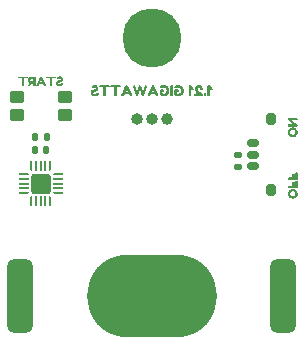
<source format=gbr>
%TF.GenerationSoftware,KiCad,Pcbnew,(5.99.0-11748-g24a41559ca)*%
%TF.CreationDate,2021-08-27T16:42:58+03:00*%
%TF.ProjectId,Flux Condenser,466c7578-2043-46f6-9e64-656e7365722e,3A*%
%TF.SameCoordinates,PX7bfa480PY6bc3e40*%
%TF.FileFunction,Soldermask,Bot*%
%TF.FilePolarity,Negative*%
%FSLAX46Y46*%
G04 Gerber Fmt 4.6, Leading zero omitted, Abs format (unit mm)*
G04 Created by KiCad (PCBNEW (5.99.0-11748-g24a41559ca)) date 2021-08-27 16:42:58*
%MOMM*%
%LPD*%
G01*
G04 APERTURE LIST*
G04 Aperture macros list*
%AMRoundRect*
0 Rectangle with rounded corners*
0 $1 Rounding radius*
0 $2 $3 $4 $5 $6 $7 $8 $9 X,Y pos of 4 corners*
0 Add a 4 corners polygon primitive as box body*
4,1,4,$2,$3,$4,$5,$6,$7,$8,$9,$2,$3,0*
0 Add four circle primitives for the rounded corners*
1,1,$1+$1,$2,$3*
1,1,$1+$1,$4,$5*
1,1,$1+$1,$6,$7*
1,1,$1+$1,$8,$9*
0 Add four rect primitives between the rounded corners*
20,1,$1+$1,$2,$3,$4,$5,0*
20,1,$1+$1,$4,$5,$6,$7,0*
20,1,$1+$1,$6,$7,$8,$9,0*
20,1,$1+$1,$8,$9,$2,$3,0*%
%AMFreePoly0*
4,1,15,0.385355,0.085355,0.400000,0.050000,0.400000,0.000711,0.399705,0.000000,0.385355,-0.034644,0.334644,-0.085355,0.299289,-0.100000,-0.350000,-0.100000,-0.385355,-0.085355,-0.400000,-0.050000,-0.400000,0.050000,-0.385355,0.085355,-0.350000,0.100000,0.350000,0.100000,0.385355,0.085355,0.385355,0.085355,$1*%
%AMFreePoly1*
4,1,14,0.334644,0.085355,0.385355,0.034644,0.400000,-0.000711,0.400000,-0.050000,0.385355,-0.085355,0.350000,-0.100000,-0.350000,-0.100000,-0.385355,-0.085355,-0.400000,-0.050000,-0.400000,0.050000,-0.385355,0.085355,-0.350000,0.100000,0.299289,0.100000,0.334644,0.085355,0.334644,0.085355,$1*%
%AMFreePoly2*
4,1,14,0.085355,0.385355,0.100000,0.350000,0.100000,-0.350000,0.085355,-0.385355,0.050000,-0.400000,0.000711,-0.400000,-0.034644,-0.385355,-0.085355,-0.334644,-0.100000,-0.299289,-0.100000,0.350000,-0.085355,0.385355,-0.050000,0.400000,0.050000,0.400000,0.085355,0.385355,0.085355,0.385355,$1*%
%AMFreePoly3*
4,1,15,0.085355,0.385355,0.100000,0.350000,0.100000,-0.299289,0.099705,-0.300000,0.085355,-0.334644,0.034644,-0.385355,-0.000711,-0.400000,-0.050000,-0.400000,-0.085355,-0.385355,-0.100000,-0.350000,-0.100000,0.350000,-0.085355,0.385355,-0.050000,0.400000,0.050000,0.400000,0.085355,0.385355,0.085355,0.385355,$1*%
%AMFreePoly4*
4,1,14,0.385355,0.085355,0.400000,0.050000,0.400000,-0.050000,0.385355,-0.085355,0.350000,-0.100000,-0.350000,-0.100000,-0.385355,-0.085355,-0.400000,-0.050000,-0.400000,-0.000711,-0.385355,0.034644,-0.334644,0.085355,-0.299289,0.100000,0.350000,0.100000,0.385355,0.085355,0.385355,0.085355,$1*%
%AMFreePoly5*
4,1,14,0.385355,0.085355,0.400000,0.050000,0.400000,-0.050000,0.385355,-0.085355,0.350000,-0.100000,-0.299289,-0.100000,-0.334644,-0.085355,-0.385355,-0.034644,-0.400000,0.000711,-0.400000,0.050000,-0.385355,0.085355,-0.350000,0.100000,0.350000,0.100000,0.385355,0.085355,0.385355,0.085355,$1*%
%AMFreePoly6*
4,1,14,0.034644,0.385355,0.085355,0.334644,0.100000,0.299289,0.100000,-0.350000,0.085355,-0.385355,0.050000,-0.400000,-0.050000,-0.400000,-0.085355,-0.385355,-0.100000,-0.350000,-0.100000,0.350000,-0.085355,0.385355,-0.050000,0.400000,-0.000711,0.400000,0.034644,0.385355,0.034644,0.385355,$1*%
%AMFreePoly7*
4,1,14,0.085355,0.385355,0.100000,0.350000,0.100000,-0.350000,0.085355,-0.385355,0.050000,-0.400000,-0.050000,-0.400000,-0.085355,-0.385355,-0.100000,-0.350000,-0.100000,0.299289,-0.085355,0.334644,-0.034644,0.385355,0.000711,0.400000,0.050000,0.400000,0.085355,0.385355,0.085355,0.385355,$1*%
G04 Aperture macros list end*
%ADD10C,0.800000*%
%ADD11C,5.000000*%
%ADD12RoundRect,0.550000X0.550000X2.550000X-0.550000X2.550000X-0.550000X-2.550000X0.550000X-2.550000X0*%
%ADD13C,2.000000*%
%ADD14O,11.000000X7.000000*%
%ADD15FreePoly0,270.000000*%
%ADD16RoundRect,0.050000X-0.050000X0.350000X-0.050000X-0.350000X0.050000X-0.350000X0.050000X0.350000X0*%
%ADD17FreePoly1,270.000000*%
%ADD18FreePoly2,270.000000*%
%ADD19RoundRect,0.050000X-0.350000X0.050000X-0.350000X-0.050000X0.350000X-0.050000X0.350000X0.050000X0*%
%ADD20FreePoly3,270.000000*%
%ADD21FreePoly4,270.000000*%
%ADD22FreePoly5,270.000000*%
%ADD23FreePoly6,270.000000*%
%ADD24FreePoly7,270.000000*%
%ADD25RoundRect,0.255000X-0.595000X0.595000X-0.595000X-0.595000X0.595000X-0.595000X0.595000X0.595000X0*%
%ADD26RoundRect,0.250000X0.375000X0.250000X-0.375000X0.250000X-0.375000X-0.250000X0.375000X-0.250000X0*%
%ADD27RoundRect,0.135000X-0.185000X0.135000X-0.185000X-0.135000X0.185000X-0.135000X0.185000X0.135000X0*%
%ADD28RoundRect,0.200000X-0.200000X0.300000X-0.200000X-0.300000X0.200000X-0.300000X0.200000X0.300000X0*%
%ADD29RoundRect,0.150000X-0.350000X0.150000X-0.350000X-0.150000X0.350000X-0.150000X0.350000X0.150000X0*%
%ADD30RoundRect,0.135000X0.135000X0.185000X-0.135000X0.185000X-0.135000X-0.185000X0.135000X-0.185000X0*%
%ADD31RoundRect,0.140000X0.140000X0.160000X-0.140000X0.160000X-0.140000X-0.160000X0.140000X-0.160000X0*%
%ADD32C,1.000000*%
%ADD33O,1.000000X1.000000*%
G04 APERTURE END LIST*
%TO.C,svg2mod*%
G36*
X24789490Y24403542D02*
G01*
X24866826Y24380831D01*
X24937009Y24342979D01*
X25000038Y24289986D01*
X25052058Y24226714D01*
X25089215Y24158025D01*
X25111510Y24083919D01*
X25118941Y24004395D01*
X25111163Y23928830D01*
X25087826Y23855487D01*
X25050877Y23787423D01*
X25002260Y23727694D01*
X24941280Y23677687D01*
X24867243Y23638794D01*
X24783760Y23613791D01*
X24694444Y23605456D01*
X24612906Y23612853D01*
X24537202Y23635043D01*
X24467332Y23672027D01*
X24403296Y23723804D01*
X24349817Y23786139D01*
X24311618Y23854793D01*
X24288699Y23929768D01*
X24281268Y24008840D01*
X24477750Y24008840D01*
X24493169Y23933692D01*
X24539424Y23866044D01*
X24584677Y23830546D01*
X24638202Y23809247D01*
X24700000Y23802147D01*
X24761798Y23809185D01*
X24815323Y23830299D01*
X24860576Y23865489D01*
X24906831Y23932719D01*
X24922250Y24007729D01*
X24906970Y24082877D01*
X24861131Y24150524D01*
X24815940Y24186023D01*
X24761860Y24207322D01*
X24698889Y24214421D01*
X24636041Y24207383D01*
X24582331Y24186270D01*
X24537757Y24151080D01*
X24492752Y24083849D01*
X24477750Y24008840D01*
X24281268Y24008840D01*
X24281059Y24011062D01*
X24288803Y24092184D01*
X24312035Y24166637D01*
X24350755Y24234424D01*
X24404963Y24295542D01*
X24470180Y24346104D01*
X24541925Y24382220D01*
X24620198Y24403889D01*
X24705001Y24411113D01*
X24789490Y24403542D01*
G37*
G36*
X25065601Y25187876D02*
G01*
X25088938Y25173986D01*
X25102273Y25145093D01*
X25107829Y25093976D01*
X25101161Y25041191D01*
X25075047Y25009521D01*
X25013373Y24998964D01*
X24637770Y24998964D01*
X24677868Y24968343D01*
X24730004Y24929078D01*
X24794178Y24881171D01*
X24870392Y24824621D01*
X24958643Y24759428D01*
X25058934Y24685591D01*
X25087826Y24660033D01*
X25101717Y24632807D01*
X25107829Y24580023D01*
X25101161Y24525571D01*
X25075047Y24493901D01*
X25013373Y24483344D01*
X24393295Y24483344D01*
X24354401Y24485011D01*
X24324397Y24495568D01*
X24301895Y24524460D01*
X24294394Y24580023D01*
X24301895Y24637252D01*
X24324397Y24666700D01*
X24353290Y24677257D01*
X24392184Y24678924D01*
X24757785Y24678924D01*
X24717286Y24709977D01*
X24663946Y24750538D01*
X24597765Y24800606D01*
X24518743Y24860181D01*
X24426879Y24929264D01*
X24322175Y25007854D01*
X24301061Y25035635D01*
X24294394Y25095643D01*
X24301895Y25152872D01*
X24324397Y25182320D01*
X24353290Y25192877D01*
X24392184Y25194544D01*
X25008928Y25194544D01*
X25065601Y25187876D01*
G37*
G36*
X16836507Y27995878D02*
G01*
X16919057Y27960953D01*
X16988625Y27902745D01*
X17041189Y27829861D01*
X17072727Y27750909D01*
X17083240Y27665890D01*
X17076890Y27601120D01*
X17042283Y27564925D01*
X16971480Y27552860D01*
X16906710Y27560480D01*
X16872420Y27583340D01*
X16860355Y27615090D01*
X16858450Y27657000D01*
X16858450Y27664620D01*
X16853370Y27693830D01*
X16819715Y27752885D01*
X16749230Y27782730D01*
X16685730Y27771300D01*
X16652075Y27746535D01*
X16632390Y27712245D01*
X16623500Y27679860D01*
X16635406Y27624298D01*
X16671125Y27571910D01*
X16723671Y27523809D01*
X16786060Y27481105D01*
X16853370Y27440782D01*
X16920680Y27399825D01*
X16983069Y27354422D01*
X17035615Y27300765D01*
X17071334Y27240281D01*
X17083240Y27174400D01*
X17050220Y27094390D01*
X16971480Y27060100D01*
X16474910Y27060100D01*
X16396170Y27075340D01*
X16368865Y27108360D01*
X16360610Y27172495D01*
X16368230Y27237265D01*
X16398075Y27274095D01*
X16472370Y27286160D01*
X16704780Y27286160D01*
X16704780Y27292510D01*
X16673030Y27305210D01*
X16594290Y27348072D01*
X16505390Y27418240D01*
X16464115Y27463960D01*
X16429190Y27522380D01*
X16405378Y27589055D01*
X16397440Y27659540D01*
X16408023Y27746817D01*
X16439773Y27827462D01*
X16492690Y27901475D01*
X16562611Y27960389D01*
X16645372Y27995737D01*
X16740975Y28007520D01*
X16836507Y27995878D01*
G37*
G36*
X10636720Y27993550D02*
G01*
X10697045Y27975770D01*
X10739590Y27928780D01*
X11082490Y27218850D01*
X11104080Y27154080D01*
X11085665Y27110900D01*
X11030420Y27072800D01*
X10962475Y27051210D01*
X10921835Y27063275D01*
X10898975Y27086770D01*
X10879290Y27123600D01*
X10813250Y27260760D01*
X10461460Y27260760D01*
X10395420Y27123600D01*
X10375735Y27085500D01*
X10352875Y27061370D01*
X10312235Y27049940D01*
X10244290Y27071530D01*
X10189045Y27110582D01*
X10170630Y27154080D01*
X10192220Y27218850D01*
X10303447Y27448720D01*
X10552900Y27448720D01*
X10721810Y27448720D01*
X10637990Y27622710D01*
X10552900Y27448720D01*
X10303447Y27448720D01*
X10535120Y27927510D01*
X10577030Y27977040D01*
X10636720Y27993550D01*
G37*
G36*
X8025671Y27999547D02*
G01*
X8101236Y27971819D01*
X8163395Y27925605D01*
X8209609Y27866973D01*
X8237337Y27801992D01*
X8246580Y27730660D01*
X8238484Y27655254D01*
X8214195Y27591595D01*
X8177841Y27541589D01*
X8133550Y27507140D01*
X8083385Y27482216D01*
X8029410Y27460785D01*
X7975435Y27443799D01*
X7925270Y27432210D01*
X7844625Y27403635D01*
X7812240Y27354740D01*
X7825363Y27301118D01*
X7864733Y27268944D01*
X7930350Y27258220D01*
X7991310Y27277905D01*
X8042110Y27319180D01*
X8098625Y27366805D01*
X8141170Y27382680D01*
X8208480Y27352200D01*
X8249437Y27304099D01*
X8263090Y27266475D01*
X8230070Y27193450D01*
X8218640Y27179480D01*
X8181810Y27140745D01*
X8124660Y27100740D01*
X8038300Y27064545D01*
X7983372Y27053591D01*
X7925270Y27049940D01*
X7848929Y27057419D01*
X7775692Y27079856D01*
X7705560Y27117250D01*
X7657300Y27158684D01*
X7619200Y27214405D01*
X7594435Y27282191D01*
X7586180Y27359820D01*
X7594276Y27435861D01*
X7618565Y27498885D01*
X7654919Y27546986D01*
X7699210Y27578260D01*
X7749692Y27599374D01*
X7804620Y27616995D01*
X7859547Y27630806D01*
X7910030Y27640490D01*
X7990675Y27669700D01*
X8023060Y27726215D01*
X7995755Y27780825D01*
X7927175Y27800510D01*
X7859230Y27784000D01*
X7839545Y27767490D01*
X7824940Y27754790D01*
X7758900Y27729390D01*
X7713815Y27745265D01*
X7670000Y27792890D01*
X7639520Y27862740D01*
X7678890Y27924970D01*
X7710640Y27949100D01*
X7797635Y27989105D01*
X7863834Y28003869D01*
X7936700Y28008790D01*
X8025671Y27999547D01*
G37*
G36*
X17336764Y27289335D02*
G01*
X17370260Y27260760D01*
X17382325Y27226470D01*
X17384230Y27182020D01*
X17384230Y27176940D01*
X17359465Y27085500D01*
X17321683Y27067402D01*
X17257865Y27061370D01*
X17195476Y27070577D01*
X17161980Y27098200D01*
X17148645Y27133125D01*
X17146740Y27178210D01*
X17146740Y27183290D01*
X17168330Y27272190D01*
X17209446Y27292192D01*
X17274375Y27298860D01*
X17336764Y27289335D01*
G37*
G36*
X17656010Y27961800D02*
G01*
X17659820Y27959260D01*
X17868100Y27771300D01*
X17913820Y27696370D01*
X17873815Y27617630D01*
X17796980Y27573180D01*
X17708080Y27612550D01*
X17691570Y27627790D01*
X17691570Y27174400D01*
X17689665Y27128045D01*
X17677600Y27093120D01*
X17643628Y27068355D01*
X17579810Y27060100D01*
X17514405Y27068672D01*
X17480750Y27094390D01*
X17468685Y27128045D01*
X17466780Y27171860D01*
X17466780Y27879250D01*
X17473130Y27946560D01*
X17490910Y27973865D01*
X17523930Y27988470D01*
X17584255Y27994820D01*
X17656010Y27961800D01*
G37*
G36*
X12877000Y27993550D02*
G01*
X12937325Y27975770D01*
X12979870Y27928780D01*
X13322770Y27218850D01*
X13344360Y27154080D01*
X13325945Y27110900D01*
X13270700Y27072800D01*
X13202755Y27051210D01*
X13162115Y27063275D01*
X13139255Y27086770D01*
X13119570Y27123600D01*
X13053530Y27260760D01*
X12701740Y27260760D01*
X12635700Y27123600D01*
X12616015Y27085500D01*
X12593155Y27061370D01*
X12552515Y27049940D01*
X12484570Y27071530D01*
X12429325Y27110582D01*
X12410910Y27154080D01*
X12432500Y27218850D01*
X12543727Y27448720D01*
X12793180Y27448720D01*
X12962090Y27448720D01*
X12878270Y27622710D01*
X12793180Y27448720D01*
X12543727Y27448720D01*
X12775400Y27927510D01*
X12817310Y27977040D01*
X12877000Y27993550D01*
G37*
G36*
X14498155Y27984978D02*
G01*
X14531810Y27959260D01*
X14543875Y27925605D01*
X14545780Y27881790D01*
X14545780Y27175670D01*
X14538160Y27110900D01*
X14504505Y27074705D01*
X14434020Y27062640D01*
X14368615Y27071212D01*
X14334960Y27096930D01*
X14322895Y27129950D01*
X14320990Y27174400D01*
X14320990Y27880520D01*
X14327340Y27946560D01*
X14361948Y27981803D01*
X14432750Y27993550D01*
X14498155Y27984978D01*
G37*
G36*
X16064700Y27961800D02*
G01*
X16068510Y27959260D01*
X16276790Y27771300D01*
X16322510Y27696370D01*
X16282505Y27617630D01*
X16205670Y27573180D01*
X16116770Y27612550D01*
X16100260Y27627790D01*
X16100260Y27174400D01*
X16098355Y27128045D01*
X16086290Y27093120D01*
X16052318Y27068355D01*
X15988500Y27060100D01*
X15923095Y27068672D01*
X15889440Y27094390D01*
X15877375Y27128045D01*
X15875470Y27171860D01*
X15875470Y27879250D01*
X15881820Y27946560D01*
X15899600Y27973865D01*
X15932620Y27988470D01*
X15992945Y27994820D01*
X16064700Y27961800D01*
G37*
G36*
X10104590Y27983390D02*
G01*
X10126180Y27956085D01*
X10132530Y27903380D01*
X10126180Y27850040D01*
X10100780Y27820195D01*
X10041090Y27810670D01*
X9797250Y27810670D01*
X9797250Y27173130D01*
X9795345Y27129315D01*
X9783915Y27096295D01*
X9750895Y27070260D01*
X9688030Y27062640D01*
X9624530Y27070260D01*
X9590875Y27096295D01*
X9579445Y27128680D01*
X9577540Y27171860D01*
X9577540Y27810670D01*
X9334970Y27810670D01*
X9270200Y27822100D01*
X9248610Y27849405D01*
X9242260Y27902110D01*
X9248610Y27955450D01*
X9274010Y27985295D01*
X9333700Y27994820D01*
X10039820Y27994820D01*
X10104590Y27983390D01*
G37*
G36*
X13854265Y28001607D02*
G01*
X13941260Y27976246D01*
X14021905Y27933979D01*
X14096200Y27874805D01*
X14158430Y27803010D01*
X14202880Y27722881D01*
X14229550Y27634418D01*
X14238440Y27537620D01*
X14229709Y27440346D01*
X14203515Y27350454D01*
X14159859Y27267943D01*
X14098740Y27192815D01*
X14025794Y27130307D01*
X13946658Y27085659D01*
X13861329Y27058870D01*
X13769810Y27049940D01*
X13669798Y27056846D01*
X13583120Y27077562D01*
X13509778Y27112091D01*
X13449770Y27160430D01*
X13414210Y27237900D01*
X13414210Y27517300D01*
X13426910Y27588420D01*
X13510730Y27623980D01*
X13734250Y27623980D01*
X13795210Y27612550D01*
X13816165Y27584610D01*
X13821880Y27530635D01*
X13816800Y27477295D01*
X13795210Y27447450D01*
X13739330Y27437290D01*
X13639000Y27437290D01*
X13639000Y27298860D01*
X13698373Y27281715D01*
X13764730Y27276000D01*
X13856170Y27295209D01*
X13937450Y27352835D01*
X13979783Y27407727D01*
X14005183Y27469957D01*
X14013650Y27539525D01*
X13994918Y27638903D01*
X13938720Y27717325D01*
X13858393Y27768284D01*
X13767270Y27785270D01*
X13698690Y27776539D01*
X13640270Y27750345D01*
X13562800Y27715420D01*
X13519938Y27732248D01*
X13472630Y27782730D01*
X13443420Y27854485D01*
X13477710Y27911000D01*
X13568444Y27966033D01*
X13662848Y27999053D01*
X13760920Y28010060D01*
X13854265Y28001607D01*
G37*
G36*
X9176220Y27983390D02*
G01*
X9197810Y27956085D01*
X9204160Y27903380D01*
X9197810Y27850040D01*
X9172410Y27820195D01*
X9112720Y27810670D01*
X8868880Y27810670D01*
X8868880Y27173130D01*
X8866975Y27129315D01*
X8855545Y27096295D01*
X8822525Y27070260D01*
X8759660Y27062640D01*
X8696160Y27070260D01*
X8662505Y27096295D01*
X8651075Y27128680D01*
X8649170Y27171860D01*
X8649170Y27810670D01*
X8406600Y27810670D01*
X8341830Y27822100D01*
X8320240Y27849405D01*
X8313890Y27902110D01*
X8320240Y27955450D01*
X8345640Y27985295D01*
X8405330Y27994820D01*
X9111450Y27994820D01*
X9176220Y27983390D01*
G37*
G36*
X15087435Y28001607D02*
G01*
X15174430Y27976246D01*
X15255075Y27933979D01*
X15329370Y27874805D01*
X15391600Y27803010D01*
X15436050Y27722881D01*
X15462720Y27634418D01*
X15471610Y27537620D01*
X15462879Y27440346D01*
X15436685Y27350454D01*
X15393029Y27267943D01*
X15331910Y27192815D01*
X15258964Y27130307D01*
X15179828Y27085659D01*
X15094499Y27058870D01*
X15002980Y27049940D01*
X14902968Y27056846D01*
X14816290Y27077562D01*
X14742948Y27112091D01*
X14682940Y27160430D01*
X14647380Y27237900D01*
X14647380Y27517300D01*
X14660080Y27588420D01*
X14743900Y27623980D01*
X14967420Y27623980D01*
X15028380Y27612550D01*
X15049335Y27584610D01*
X15055050Y27530635D01*
X15049970Y27477295D01*
X15028380Y27447450D01*
X14972500Y27437290D01*
X14872170Y27437290D01*
X14872170Y27298860D01*
X14931543Y27281715D01*
X14997900Y27276000D01*
X15089340Y27295209D01*
X15170620Y27352835D01*
X15212953Y27407727D01*
X15238353Y27469957D01*
X15246820Y27539525D01*
X15228088Y27638903D01*
X15171890Y27717325D01*
X15091563Y27768284D01*
X15000440Y27785270D01*
X14931860Y27776539D01*
X14873440Y27750345D01*
X14795970Y27715420D01*
X14753108Y27732248D01*
X14705800Y27782730D01*
X14676590Y27854485D01*
X14710880Y27911000D01*
X14801614Y27966033D01*
X14896018Y27999053D01*
X14994090Y28010060D01*
X15087435Y28001607D01*
G37*
G36*
X11329505Y27987835D02*
G01*
X11353000Y27960530D01*
X11369510Y27917350D01*
X11509210Y27490630D01*
X11655260Y27931320D01*
X11690820Y27972595D01*
X11751145Y27993550D01*
X11803850Y27984660D01*
X11843537Y27956085D01*
X11868620Y27911000D01*
X12007050Y27493170D01*
X12146750Y27917350D01*
X12175325Y27979580D01*
X12221045Y27999900D01*
X12287720Y27987200D01*
X12351537Y27952593D01*
X12372810Y27907190D01*
X12358840Y27844960D01*
X12113730Y27140110D01*
X12104840Y27121060D01*
X12069915Y27082960D01*
X12003240Y27063910D01*
X11933390Y27093120D01*
X11913070Y27118520D01*
X11901640Y27140110D01*
X11895087Y27159516D01*
X11877459Y27211636D01*
X11848757Y27296472D01*
X11808981Y27414024D01*
X11758130Y27564290D01*
X11609540Y27126140D01*
X11573345Y27084865D01*
X11508575Y27063910D01*
X11443805Y27084865D01*
X11410150Y27118520D01*
X11401260Y27140110D01*
X11157420Y27844960D01*
X11142180Y27907190D01*
X11163452Y27952910D01*
X11227270Y27988470D01*
X11286960Y28001170D01*
X11329505Y27987835D01*
G37*
G36*
X2224858Y28707272D02*
G01*
X2243749Y28683380D01*
X2249306Y28637263D01*
X2243749Y28590591D01*
X2221524Y28564476D01*
X2169296Y28556142D01*
X1955936Y28556142D01*
X1955936Y27998294D01*
X1954269Y27959956D01*
X1944267Y27931064D01*
X1915375Y27908283D01*
X1860368Y27901616D01*
X1804806Y27908283D01*
X1775357Y27931064D01*
X1765356Y27959401D01*
X1763689Y27997183D01*
X1763689Y28556142D01*
X1551441Y28556142D01*
X1494767Y28566143D01*
X1475876Y28590035D01*
X1470319Y28636152D01*
X1475876Y28682824D01*
X1498101Y28708939D01*
X1550329Y28717273D01*
X2168184Y28717273D01*
X2224858Y28707272D01*
G37*
G36*
X2355615Y28168316D02*
G01*
X2374877Y28213877D01*
X2328575Y28272897D01*
X2300794Y28341794D01*
X2291533Y28420569D01*
X2487113Y28420569D01*
X2519339Y28347227D01*
X2583792Y28322779D01*
X2726032Y28322779D01*
X2726032Y28519471D01*
X2586014Y28519471D01*
X2519339Y28494468D01*
X2487113Y28420569D01*
X2291533Y28420569D01*
X2298756Y28489467D01*
X2320426Y28551697D01*
X2353207Y28604481D01*
X2393768Y28645042D01*
X2455875Y28684553D01*
X2519216Y28708260D01*
X2583792Y28716162D01*
X2823822Y28716162D01*
X2881051Y28708661D01*
X2910499Y28686158D01*
X2921056Y28656710D01*
X2922723Y28618372D01*
X2922723Y28001628D01*
X2916056Y27943843D01*
X2886607Y27913006D01*
X2824933Y27902727D01*
X2767704Y27910228D01*
X2738256Y27932731D01*
X2727699Y27962179D01*
X2726032Y28000517D01*
X2726032Y28126088D01*
X2586014Y28126088D01*
X2551566Y28128311D01*
X2508350Y28025952D01*
X2479458Y27958907D01*
X2464888Y27927174D01*
X2444330Y27905505D01*
X2408770Y27894948D01*
X2351541Y27910506D01*
X2299867Y27942732D01*
X2282643Y27981626D01*
X2299312Y28039411D01*
X2330427Y28110160D01*
X2355615Y28168316D01*
G37*
G36*
X5041939Y28721409D02*
G01*
X5108058Y28697147D01*
X5162448Y28656710D01*
X5202885Y28605407D01*
X5227147Y28548548D01*
X5235234Y28486133D01*
X5228150Y28420153D01*
X5206898Y28364451D01*
X5175088Y28320696D01*
X5136333Y28290553D01*
X5092439Y28268745D01*
X5045211Y28249992D01*
X4997983Y28235130D01*
X4954088Y28224989D01*
X4883524Y28199986D01*
X4855187Y28157203D01*
X4866670Y28110284D01*
X4901119Y28082132D01*
X4958533Y28072748D01*
X5011873Y28089972D01*
X5056323Y28126088D01*
X5105774Y28167760D01*
X5143001Y28181651D01*
X5201897Y28154981D01*
X5237735Y28112892D01*
X5249681Y28079971D01*
X5220788Y28016074D01*
X5210787Y28003851D01*
X5178561Y27969957D01*
X5128554Y27934953D01*
X5052989Y27903282D01*
X5004928Y27893698D01*
X4954088Y27890503D01*
X4887290Y27897047D01*
X4823208Y27916679D01*
X4761842Y27949399D01*
X4719614Y27985654D01*
X4686277Y28034410D01*
X4664608Y28093723D01*
X4657384Y28161648D01*
X4664469Y28228184D01*
X4685721Y28283330D01*
X4717531Y28325419D01*
X4756286Y28352783D01*
X4800458Y28371258D01*
X4848519Y28386676D01*
X4896581Y28398761D01*
X4940753Y28407234D01*
X5011318Y28432793D01*
X5039654Y28482244D01*
X5015763Y28530028D01*
X4955755Y28547252D01*
X4896303Y28532806D01*
X4879079Y28518359D01*
X4866299Y28507247D01*
X4808514Y28485022D01*
X4769065Y28498913D01*
X4730727Y28540584D01*
X4704057Y28601703D01*
X4738506Y28656154D01*
X4766287Y28677268D01*
X4842408Y28712273D01*
X4900331Y28725191D01*
X4964089Y28729497D01*
X5041939Y28721409D01*
G37*
G36*
X4588487Y28707272D02*
G01*
X4607378Y28683380D01*
X4612934Y28637263D01*
X4607378Y28590591D01*
X4585153Y28564476D01*
X4532924Y28556142D01*
X4319564Y28556142D01*
X4319564Y27998294D01*
X4317898Y27959956D01*
X4307896Y27931064D01*
X4279004Y27908283D01*
X4223997Y27901616D01*
X4168434Y27908283D01*
X4138986Y27931064D01*
X4128985Y27959401D01*
X4127318Y27997183D01*
X4127318Y28556142D01*
X3915069Y28556142D01*
X3858396Y28566143D01*
X3839504Y28590035D01*
X3833948Y28636152D01*
X3839504Y28682824D01*
X3861729Y28708939D01*
X3913958Y28717273D01*
X4531813Y28717273D01*
X4588487Y28707272D01*
G37*
G36*
X3391671Y28716162D02*
G01*
X3444455Y28700604D01*
X3481682Y28659488D01*
X3781719Y28038299D01*
X3800611Y27981626D01*
X3784498Y27943843D01*
X3736158Y27910506D01*
X3676706Y27891614D01*
X3641146Y27902171D01*
X3621144Y27922729D01*
X3603919Y27954956D01*
X3546134Y28074971D01*
X3238318Y28074971D01*
X3180533Y27954956D01*
X3163309Y27921618D01*
X3143306Y27900504D01*
X3107746Y27890503D01*
X3048294Y27909394D01*
X2999955Y27943565D01*
X2983842Y27981626D01*
X3002733Y28038299D01*
X3100057Y28239436D01*
X3318328Y28239436D01*
X3466124Y28239436D01*
X3392782Y28391677D01*
X3318328Y28239436D01*
X3100057Y28239436D01*
X3302771Y28658377D01*
X3339442Y28701716D01*
X3391671Y28716162D01*
G37*
G36*
X25066713Y20604027D02*
G01*
X25096716Y20581246D01*
X25107273Y20552354D01*
X25108940Y20514016D01*
X25108940Y20076183D01*
X25088382Y19996173D01*
X25011150Y19975059D01*
X24393295Y19975059D01*
X24336621Y19981727D01*
X24304951Y20011175D01*
X24294394Y20072849D01*
X24301895Y20130079D01*
X24324397Y20159527D01*
X24353290Y20170084D01*
X24392184Y20171751D01*
X24602210Y20171751D01*
X24602210Y20389556D01*
X24607766Y20446229D01*
X24638048Y20477900D01*
X24700000Y20488457D01*
X24757507Y20481234D01*
X24787789Y20459564D01*
X24798346Y20430116D01*
X24800013Y20390667D01*
X24800013Y20171751D01*
X24912249Y20171751D01*
X24912249Y20511793D01*
X24913916Y20551243D01*
X24923917Y20580691D01*
X24953365Y20604027D01*
X25010039Y20610694D01*
X25066713Y20604027D01*
G37*
G36*
X24789490Y19187391D02*
G01*
X24866826Y19164680D01*
X24937009Y19126828D01*
X25000038Y19073836D01*
X25052058Y19010564D01*
X25089215Y18941875D01*
X25111510Y18867768D01*
X25118941Y18788244D01*
X25111163Y18712679D01*
X25087826Y18639337D01*
X25050877Y18571273D01*
X25002260Y18511543D01*
X24941280Y18461537D01*
X24867243Y18422643D01*
X24783760Y18397640D01*
X24694444Y18389306D01*
X24612906Y18396702D01*
X24537202Y18418893D01*
X24467332Y18455876D01*
X24403296Y18507654D01*
X24349817Y18569988D01*
X24311618Y18638642D01*
X24288699Y18713617D01*
X24281268Y18792689D01*
X24477750Y18792689D01*
X24493169Y18717541D01*
X24539424Y18649894D01*
X24584677Y18614395D01*
X24638202Y18593097D01*
X24700000Y18585997D01*
X24761798Y18593035D01*
X24815323Y18614149D01*
X24860576Y18649338D01*
X24906831Y18716569D01*
X24922250Y18791578D01*
X24906970Y18866726D01*
X24861131Y18934374D01*
X24815940Y18969872D01*
X24761860Y18991171D01*
X24698889Y18998271D01*
X24636041Y18991233D01*
X24582331Y18970119D01*
X24537757Y18934929D01*
X24492752Y18867699D01*
X24477750Y18792689D01*
X24281268Y18792689D01*
X24281059Y18794912D01*
X24288803Y18876033D01*
X24312035Y18950487D01*
X24350755Y19018273D01*
X24404963Y19079392D01*
X24470180Y19129954D01*
X24541925Y19166069D01*
X24620198Y19187739D01*
X24705001Y19194962D01*
X24789490Y19187391D01*
G37*
G36*
X25066713Y19896161D02*
G01*
X25096716Y19873380D01*
X25107273Y19844488D01*
X25108940Y19806149D01*
X25108940Y19368317D01*
X25088382Y19288307D01*
X25011150Y19267193D01*
X24393295Y19267193D01*
X24336621Y19273861D01*
X24304951Y19303309D01*
X24294394Y19364983D01*
X24301895Y19422212D01*
X24324397Y19451661D01*
X24353290Y19462217D01*
X24392184Y19463884D01*
X24602210Y19463884D01*
X24602210Y19681689D01*
X24607766Y19738363D01*
X24638048Y19770034D01*
X24700000Y19780591D01*
X24757507Y19773368D01*
X24787789Y19751698D01*
X24798346Y19722250D01*
X24800013Y19682801D01*
X24800013Y19463884D01*
X24912249Y19463884D01*
X24912249Y19803927D01*
X24913916Y19843376D01*
X24923917Y19872824D01*
X24953365Y19896161D01*
X25010039Y19902828D01*
X25066713Y19896161D01*
G37*
%TD*%
D10*
%TO.C,REF\u002A\u002A*%
X14075825Y30674175D03*
X12750000Y33875000D03*
X11424175Y33325825D03*
X10875000Y32000000D03*
X11424175Y30674175D03*
X14075825Y33325825D03*
X14625000Y32000000D03*
D11*
X12750000Y32000000D03*
D10*
X12750000Y30125000D03*
%TD*%
D12*
%TO.C,BT1*%
X23875000Y10100000D03*
X1625000Y10100000D03*
D13*
X10250000Y7850000D03*
X14000000Y10100000D03*
X11500000Y10100000D03*
X15250000Y7850000D03*
X12750000Y12350000D03*
X15250000Y12350000D03*
X10250000Y12350000D03*
X16500000Y10100000D03*
X12750000Y7850000D03*
D14*
X12750000Y10100000D03*
D13*
X9000000Y10100000D03*
%TD*%
D15*
%TO.C,U1*%
X2560000Y21110000D03*
D16*
X2960000Y21110000D03*
X3360000Y21110000D03*
X3760000Y21110000D03*
D17*
X4160000Y21110000D03*
D18*
X4810000Y20460000D03*
D19*
X4810000Y20060000D03*
X4810000Y19660000D03*
X4810000Y19260000D03*
D20*
X4810000Y18860000D03*
D21*
X4160000Y18210000D03*
D16*
X3760000Y18210000D03*
X3360000Y18210000D03*
X2960000Y18210000D03*
D22*
X2560000Y18210000D03*
D23*
X1910000Y18860000D03*
D19*
X1910000Y19260000D03*
X1910000Y19660000D03*
X1910000Y20060000D03*
D24*
X1910000Y20460000D03*
D25*
X3360000Y19660000D03*
%TD*%
D26*
%TO.C,SW2*%
X5385000Y27000000D03*
X1335000Y27000000D03*
X5385000Y25500000D03*
X1335000Y25500000D03*
%TD*%
D27*
%TO.C,R2*%
X20060000Y22110000D03*
X20060000Y21090000D03*
%TD*%
D28*
%TO.C,SW1*%
X22820000Y19100000D03*
X22820000Y25100000D03*
D29*
X21320000Y23100000D03*
X21320000Y22100000D03*
X21320000Y21100000D03*
%TD*%
D30*
%TO.C,R1*%
X3870000Y23580000D03*
X2850000Y23580000D03*
%TD*%
D31*
%TO.C,C1*%
X3840000Y22460000D03*
X2880000Y22460000D03*
%TD*%
D32*
%TO.C,J1*%
X14020000Y25090000D03*
D33*
X12750000Y25090000D03*
X11480000Y25090000D03*
%TD*%
M02*

</source>
